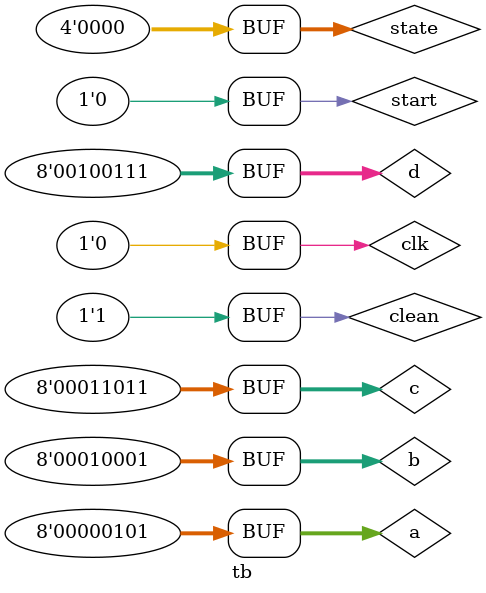
<source format=v>
/*******************************************************************************
 *
 * simulation source: [tb.v]
 *
 ******************************************************************************/

//`define SIM_CYCLE 'h400000000

//
// small value for testing
//
`define CYCLE 5000
//`timescale 1ms/1us
module tb;
reg			clk;
reg		[3:0]	state;
reg   clean;
reg   start;
reg   [7:0] a;
reg   [7:0] b;
reg   [7:0] c;
reg   [7:0] d;
wire   [6:0] display1;	
wire   [6:0] display2;	

initial begin
  state=4'b0000;  
  clean = 0; 
  #30
    clean = 1;  
  #50
    a = 8'b00000101;
    b = 8'b00010001;
    c = 8'b00011011;
    d = 8'b00100111;  
    start = 1;
  #80
    start = 0;
end
always begin
  //@(posedge clk);
    # 20 clk = 1; 
    # 20 clk = ~clk;
end
lab05b m(
	.clk(clk),	
	.clean(clean),
	.start(start),
	.a(a),
	.b(b),
	.c(c),
	.d(d),	
	.display1(display1),	
	.display2(display2)
);
endmodule
</source>
